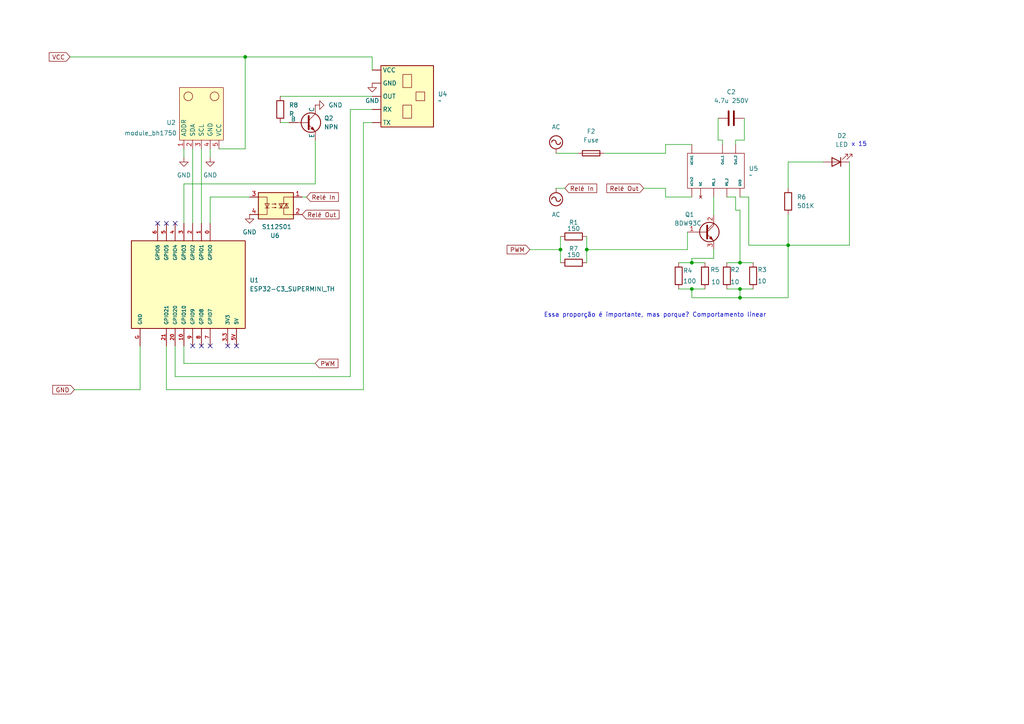
<source format=kicad_sch>
(kicad_sch (version 20250114) (generator "eeschema") (generator_version "9.0")
  (paper "A4")
  (lib_symbols
    (symbol "Device:C" (pin_numbers (hide yes)) (pin_names (offset 0.254))
      (property "Reference" "C" (at 0.635 2.54 0))
      (property "Value" "C" (at 0.635 -2.54 0))
      (symbol "C_0_1"
        (polyline (pts (xy -2.032 0.762) (xy 2.032 0.762)) (stroke (width 0.508)))
        (polyline (pts (xy -2.032 -0.762) (xy 2.032 -0.762)) (stroke (width 0.508)))
      )
      (symbol "C_1_1"
        (pin passive line (at 0 3.81 270) (length 2.794) (name "~") (number "1"))
        (pin passive line (at 0 -3.81 90) (length 2.794) (name "~") (number "2"))
      )
    )
    (symbol "Device:Fuse" (pin_numbers (hide yes)) (pin_names (offset 0))
      (property "Reference" "F" (at 2.032 0 90))
      (property "Value" "Fuse" (at -1.905 0 90))
      (symbol "Fuse_0_1"
        (rectangle (start -0.762 -2.54) (end 0.762 2.54) (stroke (width 0.254)))
        (polyline (pts (xy 0 2.54) (xy 0 -2.54)))
      )
      (symbol "Fuse_1_1"
        (pin passive line (at 0 3.81 270) (length 1.27) (name "~") (number "1"))
        (pin passive line (at 0 -3.81 90) (length 1.27) (name "~") (number "2"))
      )
    )
    (symbol "Device:LED" (pin_numbers (hide yes)) (pin_names (offset 1.016) (hide yes))
      (property "Reference" "D" (at 0 2.54 0))
      (property "Value" "LED" (at 0 -2.54 0))
      (symbol "LED_0_1"
        (polyline (pts (xy -3.048 -0.762) (xy -4.572 -2.286) (xy -3.81 -2.286) (xy -4.572 -2.286) (xy -4.572 -1.524)))
        (polyline (pts (xy -1.778 -0.762) (xy -3.302 -2.286) (xy -2.54 -2.286) (xy -3.302 -2.286) (xy -3.302 -1.524)))
        (polyline (pts (xy -1.27 0) (xy 1.27 0)))
        (polyline (pts (xy -1.27 -1.27) (xy -1.27 1.27)) (stroke (width 0.254)))
        (polyline (pts (xy 1.27 -1.27) (xy 1.27 1.27) (xy -1.27 0) (xy 1.27 -1.27)) (stroke (width 0.254)))
      )
      (symbol "LED_1_1"
        (pin passive line (at -3.81 0 0) (length 2.54) (name "K") (number "1"))
        (pin passive line (at 3.81 0 180) (length 2.54) (name "A") (number "2"))
      )
    )
    (symbol "Device:R" (pin_numbers (hide yes)) (pin_names (offset 0))
      (property "Reference" "R" (at 2.032 0 90))
      (property "Value" "R" (at 0 0 90))
      (symbol "R_0_1"
        (rectangle (start -1.016 -2.54) (end 1.016 2.54) (stroke (width 0.254)))
      )
      (symbol "R_1_1"
        (pin passive line (at 0 3.81 270) (length 1.27) (name "~") (number "1"))
        (pin passive line (at 0 -3.81 90) (length 1.27) (name "~") (number "2"))
      )
    )
    (symbol "ESP32-C3_SUPERMINI_TH:ESP32-C3_SUPERMINI_TH" (pin_names (offset 1.016))
      (property "Reference" "U" (at -12.7 16.002 0))
      (property "Value" "ESP32-C3_SUPERMINI_TH" (at -12.7 -20.32 0))
      (symbol "ESP32-C3_SUPERMINI_TH_0_0"
        (rectangle (start -12.7 -17.78) (end 12.7 15.24) (stroke (width 0.254)) (fill (type background)))
        (pin bidirectional line (at -17.78 5.08 0) (length 5.08) (name "GPIO0") (number "0"))
        (pin bidirectional line (at -17.78 2.54 0) (length 5.08) (name "GPIO1") (number "1"))
        (pin bidirectional line (at -17.78 0 0) (length 5.08) (name "GPIO2") (number "2"))
        (pin bidirectional line (at -17.78 -2.54 0) (length 5.08) (name "GPIO3") (number "3"))
        (pin bidirectional line (at -17.78 -5.08 0) (length 5.08) (name "GPIO4") (number "4"))
        (pin bidirectional line (at -17.78 -7.62 0) (length 5.08) (name "GPIO5") (number "5"))
        (pin bidirectional line (at -17.78 -10.16 0) (length 5.08) (name "GPIO6") (number "6"))
        (pin power_in line (at 17.78 12.7 180) (length 5.08) (name "5V") (number "5V"))
        (pin power_in line (at 17.78 10.16 180) (length 5.08) (name "3V3") (number "3.3"))
        (pin bidirectional line (at 17.78 5.08 180) (length 5.08) (name "GPIO7") (number "7"))
        (pin bidirectional line (at 17.78 2.54 180) (length 5.08) (name "GPIO8") (number "8"))
        (pin bidirectional line (at 17.78 0 180) (length 5.08) (name "GPIO9") (number "9"))
        (pin bidirectional line (at 17.78 -2.54 180) (length 5.08) (name "GPIO10") (number "10"))
        (pin bidirectional line (at 17.78 -5.08 180) (length 5.08) (name "GPIO20") (number "20"))
        (pin bidirectional line (at 17.78 -7.62 180) (length 5.08) (name "GPIO21") (number "21"))
        (pin power_in line (at 17.78 -15.24 180) (length 5.08) (name "GND") (number "G"))
      )
    )
    (symbol "JWD1698D_1"
      (property "Reference" "U" (at 8.636 -5.08 0))
      (symbol "JWD1698D_1_0_1"
        (rectangle (start -10.16 -2.54) (end 6.35 -12.7))
      )
      (symbol "JWD1698D_1_1_1"
        (pin input line (at -8.89 0 270) (length 2.54) (name "ACIN1") (number ""))
        (pin input line (at -8.89 -15.24 90) (length 2.54) (name "ACin2") (number ""))
        (pin no_connect line (at -6.35 -15.24 90) (length 2.54) (name "NC") (number ""))
        (pin output line (at -2.54 -15.24 90) (length 2.54) (name "RS_1") (number ""))
        (pin output line (at 0 0 270) (length 2.54) (name "Out_1") (number ""))
        (pin output line (at 1.27 -15.24 90) (length 2.54) (name "RS_2") (number ""))
        (pin output line (at 3.81 0 270) (length 2.54) (name "Out_2") (number ""))
        (pin output line (at 5.08 -15.24 90) (length 2.54) (name "GND") (number ""))
      )
    )
    (symbol "LD2410C_1"
      (property "Reference" "U" (at 0 0 0))
      (symbol "LD2410C_1_0_1"
        (rectangle (start -16.51 7.62) (end -1.27 -10.16) (stroke (width 0.254)) (fill (type background)))
        (polyline (pts (xy -10.16 5.08) (xy -7.62 5.08) (xy -7.62 1.27) (xy -10.16 1.27) (xy -10.16 5.08)))
        (polyline (pts (xy -10.16 -3.81) (xy -10.16 -7.62) (xy -7.62 -7.62) (xy -7.62 -3.81) (xy -10.16 -3.81)))
        (polyline (pts (xy -6.35 0) (xy -3.81 0) (xy -3.81 -2.54) (xy -6.35 -2.54) (xy -6.35 0)))
      )
      (symbol "LD2410C_1_1_1"
        (pin input line (at -19.05 6.35 0) (length 2.54) (name "VCC") (number ""))
        (pin input line (at -19.05 2.54 0) (length 2.54) (name "GND") (number ""))
        (pin output line (at -19.05 -1.27 0) (length 2.54) (name "OUT") (number ""))
        (pin input line (at -19.05 -5.08 0) (length 2.54) (name "RX") (number ""))
        (pin output line (at -19.05 -8.89 0) (length 2.54) (name "TX") (number ""))
      )
    )
    (symbol "Relay_SolidState:S112S01"
      (property "Reference" "U" (at -5.08 5.08 0))
      (property "Value" "S112S01" (at 0 5.08 0))
      (symbol "S112S01_0_1"
        (rectangle (start -5.08 3.81) (end 5.08 -3.81) (stroke (width 0.254)) (fill (type background)))
        (polyline (pts (xy -5.08 2.54) (xy -2.54 2.54) (xy -2.54 -2.54) (xy -5.08 -2.54)))
        (polyline (pts (xy -3.175 -0.635) (xy -1.905 -0.635)))
        (polyline (pts (xy -2.54 -0.635) (xy -3.175 0.635) (xy -1.905 0.635) (xy -2.54 -0.635)))
        (polyline (pts (xy -1.143 0.508) (xy 0.127 0.508) (xy -0.254 0.381) (xy -0.254 0.635) (xy 0.127 0.508)))
        (polyline (pts (xy -1.143 -0.508) (xy 0.127 -0.508) (xy -0.254 -0.635) (xy -0.254 -0.381) (xy 0.127 -0.508)))
        (polyline (pts (xy 0.889 -0.635) (xy 3.683 -0.635) (xy 3.048 0.635) (xy 2.413 -0.635)))
        (polyline (pts (xy 1.524 -0.635) (xy 1.524 0.635)))
        (polyline (pts (xy 2.286 0.635) (xy 2.286 2.54) (xy 5.08 2.54)))
        (polyline (pts (xy 2.286 -0.635) (xy 2.286 -2.54) (xy 5.08 -2.54)))
        (polyline (pts (xy 3.048 0.635) (xy 3.048 -0.635)))
        (polyline (pts (xy 3.683 0.635) (xy 0.889 0.635) (xy 1.524 -0.635) (xy 2.159 0.635)))
      )
      (symbol "S112S01_1_1"
        (pin passive line (at -7.62 2.54 0) (length 2.54) (name "~") (number "3"))
        (pin passive line (at -7.62 -2.54 0) (length 2.54) (name "~") (number "4"))
        (pin passive line (at 7.62 2.54 180) (length 2.54) (name "~") (number "1"))
        (pin passive line (at 7.62 -2.54 180) (length 2.54) (name "~") (number "2"))
      )
    )
    (symbol "Simulation_SPICE:NPN" (pin_numbers (hide yes)) (pin_names (offset 0))
      (property "Reference" "Q" (at -2.54 7.62 0))
      (property "Value" "NPN" (at -2.54 5.08 0))
      (symbol "NPN_0_1"
        (polyline (pts (xy -2.54 0) (xy 0.635 0)) (stroke (width 0.1524)))
        (polyline (pts (xy 0.635 1.905) (xy 0.635 -1.905) (xy 0.635 -1.905)) (stroke (width 0.508)))
        (polyline (pts (xy 0.635 0.635) (xy 2.54 2.54)))
        (polyline (pts (xy 0.635 -0.635) (xy 2.54 -2.54) (xy 2.54 -2.54)))
        (circle (center 1.27 0) (radius 2.8194) (stroke (width 0.254)))
        (polyline (pts (xy 1.27 -1.778) (xy 1.778 -1.27) (xy 2.286 -2.286) (xy 1.27 -1.778) (xy 1.27 -1.778)) (fill (type outline)))
        (polyline (pts (xy 2.794 -1.27) (xy 2.794 -1.27)) (stroke (width 0.1524)))
        (polyline (pts (xy 2.794 -1.27) (xy 2.794 -1.27)) (stroke (width 0.1524)))
      )
      (symbol "NPN_1_1"
        (pin input line (at -5.08 0 0) (length 2.54) (name "B") (number "2"))
        (pin open_collector line (at 2.54 5.08 270) (length 2.54) (name "C") (number "1"))
        (pin open_emitter line (at 2.54 -5.08 90) (length 2.54) (name "E") (number "3"))
      )
    )
    (symbol "Transistor_BJT:BDW93C" (pin_names (offset 0) (hide yes))
      (property "Reference" "Q" (at 5.08 1.905 0))
      (property "Value" "BDW93C" (at 5.08 0 0))
      (symbol "BDW93C_0_1"
        (polyline (pts (xy -2.54 0) (xy 0.635 0)))
        (polyline (pts (xy 0.635 1.905) (xy 0.635 -1.905)) (stroke (width 0.508)))
        (polyline (pts (xy 0.635 0) (xy 2.54 1.905) (xy 2.54 2.54)))
        (circle (center 1.27 0) (radius 2.8194) (stroke (width 0.254)))
      )
      (symbol "BDW93C_1_1"
        (polyline (pts (xy 0.635 0.635) (xy 2.54 2.54)))
        (polyline (pts (xy 0.635 -0.635) (xy 2.54 -2.54)))
        (polyline (pts (xy 1.27 -1.778) (xy 1.778 -1.27) (xy 2.286 -2.286) (xy 1.27 -1.778)) (fill (type outline)))
        (pin input line (at -5.08 0 0) (length 2.54) (name "B") (number "1"))
        (pin passive line (at 2.54 5.08 270) (length 2.54) (name "C") (number "2"))
        (pin passive line (at 2.54 -5.08 90) (length 2.54) (name "E") (number "3"))
      )
    )
    (symbol "power:AC" (power) (pin_numbers (hide yes)) (pin_names (offset 0) (hide yes))
      (property "Value" "AC" (at 0 6.35 0))
      (symbol "AC_0_1"
        (arc (start -1.27 3.175) (mid -0.635 3.8073) (end 0 3.175) (stroke (width 0.254)))
        (circle (center 0 3.175) (radius 1.905) (stroke (width 0.254)))
        (polyline (pts (xy 0 0) (xy 0 1.27)))
        (arc (start 1.27 3.175) (mid 0.635 2.5427) (end 0 3.175) (stroke (width 0.254)))
      )
      (symbol "AC_1_1"
        (pin power_in line (at 0 0 90) (length 0) (name "~") (number "1"))
      )
    )
    (symbol "power:GND" (power) (pin_numbers (hide yes)) (pin_names (offset 0) (hide yes))
      (property "Value" "GND" (at 0 -3.81 0))
      (symbol "GND_0_1"
        (polyline (pts (xy 0 0) (xy 0 -1.27) (xy 1.27 -1.27) (xy 0 -2.54) (xy -1.27 -1.27) (xy 0 -1.27)))
      )
      (symbol "GND_1_1"
        (pin power_in line (at 0 0 270) (length 0) (name "~") (number "1"))
      )
    )
    (symbol "usini_sensors:module_bh1750" (pin_names (offset 1.016))
      (property "Reference" "U" (at 3.81 10.16 0))
      (property "Value" "module_bh1750" (at 10.16 -5.08 0))
      (symbol "module_bh1750_0_1"
        (rectangle (start 2.54 8.89) (end 17.78 -3.81) (fill (type background)))
        (circle (center 15.24 6.35) (radius 1.27))
        (circle (center 15.24 -1.27) (radius 1.27))
      )
      (symbol "module_bh1750_1_1"
        (pin input line (at 0 7.62 0) (length 2.54) (name "ADDR") (number "1"))
        (pin input line (at 0 5.08 0) (length 2.54) (name "SDA") (number "2"))
        (pin input line (at 0 2.54 0) (length 2.54) (name "SCL") (number "3"))
        (pin input line (at 0 0 0) (length 2.54) (name "GND") (number "4"))
        (pin input line (at 0 -2.54 0) (length 2.54) (name "VCC") (number "5"))
      )
    )
  )
  (text "x 15" (at 249.174 41.91 0) (effects (font (size 1.27 1.27))))
  (text "Essa proporção é importante, mas porque? Comportamento linear\n" (at 189.992 91.44 0) (effects (font (size 1.27 1.27))))
  (junction (at 214.63 76.2))
  (junction (at 71.12 16.51))
  (junction (at 214.63 83.82))
  (junction (at 170.18 72.39))
  (junction (at 214.63 86.36))
  (junction (at 162.56 72.39))
  (junction (at 228.6 71.12))
  (junction (at 200.66 83.82))
  (junction (at 200.66 76.2))
  (no_connect (at 55.88 100.33))
  (no_connect (at 50.8 64.77))
  (no_connect (at 60.96 100.33))
  (no_connect (at 45.72 64.77))
  (no_connect (at 48.26 64.77))
  (no_connect (at 58.42 100.33))
  (no_connect (at 66.04 100.33))
  (no_connect (at 68.58 100.33))
  (wire (pts (xy 215.9 34.29) (xy 215.9 40.64)))
  (wire (pts (xy 170.18 72.39) (xy 170.18 76.2)))
  (wire (pts (xy 60.96 57.15) (xy 72.39 57.15)))
  (wire (pts (xy 186.69 54.61) (xy 193.04 54.61)))
  (wire (pts (xy 214.63 57.15) (xy 217.17 57.15)))
  (wire (pts (xy 214.63 83.82) (xy 214.63 86.36)))
  (wire (pts (xy 246.38 46.99) (xy 246.38 71.12)))
  (wire (pts (xy 210.82 83.82) (xy 214.63 83.82)))
  (wire (pts (xy 213.36 60.96) (xy 214.63 60.96)))
  (wire (pts (xy 161.29 44.45) (xy 167.64 44.45)))
  (wire (pts (xy 153.67 72.39) (xy 162.56 72.39)))
  (wire (pts (xy 53.34 100.33) (xy 53.34 105.41)))
  (wire (pts (xy 193.04 54.61) (xy 193.04 57.15)))
  (wire (pts (xy 58.42 43.18) (xy 58.42 64.77)))
  (wire (pts (xy 40.64 113.03) (xy 40.64 100.33)))
  (wire (pts (xy 87.63 57.15) (xy 88.9 57.15)))
  (wire (pts (xy 213.36 41.91) (xy 213.36 40.64)))
  (wire (pts (xy 81.28 27.94) (xy 107.95 27.94)))
  (wire (pts (xy 48.26 100.33) (xy 48.26 113.03)))
  (wire (pts (xy 105.41 35.56) (xy 107.95 35.56)))
  (wire (pts (xy 209.55 40.64) (xy 208.28 40.64)))
  (wire (pts (xy 217.17 57.15) (xy 217.17 71.12)))
  (wire (pts (xy 71.12 16.51) (xy 107.95 16.51)))
  (wire (pts (xy 207.01 74.93) (xy 200.66 74.93)))
  (wire (pts (xy 53.34 45.72) (xy 53.34 43.18)))
  (wire (pts (xy 246.38 71.12) (xy 228.6 71.12)))
  (wire (pts (xy 170.18 72.39) (xy 199.39 72.39)))
  (wire (pts (xy 170.18 68.58) (xy 170.18 72.39)))
  (wire (pts (xy 193.04 41.91) (xy 200.66 41.91)))
  (wire (pts (xy 209.55 41.91) (xy 209.55 40.64)))
  (wire (pts (xy 196.85 83.82) (xy 200.66 83.82)))
  (wire (pts (xy 53.34 105.41) (xy 91.44 105.41)))
  (wire (pts (xy 200.66 76.2) (xy 204.47 76.2)))
  (wire (pts (xy 91.44 40.64) (xy 91.44 53.34)))
  (wire (pts (xy 228.6 46.99) (xy 238.76 46.99)))
  (wire (pts (xy 193.04 44.45) (xy 193.04 41.91)))
  (wire (pts (xy 214.63 86.36) (xy 228.6 86.36)))
  (wire (pts (xy 228.6 71.12) (xy 217.17 71.12)))
  (wire (pts (xy 105.41 35.56) (xy 105.41 113.03)))
  (wire (pts (xy 213.36 57.15) (xy 213.36 60.96)))
  (wire (pts (xy 193.04 57.15) (xy 200.66 57.15)))
  (wire (pts (xy 200.66 86.36) (xy 214.63 86.36)))
  (wire (pts (xy 200.66 83.82) (xy 204.47 83.82)))
  (wire (pts (xy 162.56 72.39) (xy 162.56 76.2)))
  (wire (pts (xy 214.63 60.96) (xy 214.63 76.2)))
  (wire (pts (xy 228.6 86.36) (xy 228.6 71.12)))
  (wire (pts (xy 48.26 113.03) (xy 105.41 113.03)))
  (wire (pts (xy 91.44 53.34) (xy 53.34 53.34)))
  (wire (pts (xy 210.82 76.2) (xy 214.63 76.2)))
  (wire (pts (xy 60.96 64.77) (xy 60.96 57.15)))
  (wire (pts (xy 50.8 100.33) (xy 50.8 109.22)))
  (wire (pts (xy 63.5 43.18) (xy 71.12 43.18)))
  (wire (pts (xy 71.12 16.51) (xy 20.32 16.51)))
  (wire (pts (xy 71.12 43.18) (xy 71.12 16.51)))
  (wire (pts (xy 53.34 53.34) (xy 53.34 64.77)))
  (wire (pts (xy 161.29 54.61) (xy 163.83 54.61)))
  (wire (pts (xy 55.88 43.18) (xy 55.88 64.77)))
  (wire (pts (xy 228.6 71.12) (xy 228.6 62.23)))
  (wire (pts (xy 60.96 43.18) (xy 60.96 45.72)))
  (wire (pts (xy 214.63 83.82) (xy 218.44 83.82)))
  (wire (pts (xy 210.82 57.15) (xy 213.36 57.15)))
  (wire (pts (xy 196.85 76.2) (xy 200.66 76.2)))
  (wire (pts (xy 228.6 54.61) (xy 228.6 46.99)))
  (wire (pts (xy 175.26 44.45) (xy 193.04 44.45)))
  (wire (pts (xy 107.95 20.32) (xy 107.95 16.51)))
  (wire (pts (xy 81.28 35.56) (xy 83.82 35.56)))
  (wire (pts (xy 207.01 57.15) (xy 207.01 62.23)))
  (wire (pts (xy 213.36 40.64) (xy 215.9 40.64)))
  (wire (pts (xy 214.63 76.2) (xy 218.44 76.2)))
  (wire (pts (xy 200.66 74.93) (xy 200.66 76.2)))
  (wire (pts (xy 200.66 83.82) (xy 200.66 86.36)))
  (wire (pts (xy 162.56 72.39) (xy 162.56 68.58)))
  (wire (pts (xy 199.39 72.39) (xy 199.39 67.31)))
  (wire (pts (xy 21.59 113.03) (xy 40.64 113.03)))
  (wire (pts (xy 207.01 72.39) (xy 207.01 74.93)))
  (wire (pts (xy 101.6 31.75) (xy 107.95 31.75)))
  (wire (pts (xy 50.8 109.22) (xy 101.6 109.22)))
  (wire (pts (xy 101.6 31.75) (xy 101.6 109.22)))
  (wire (pts (xy 208.28 34.29) (xy 208.28 40.64)))
  (global_label "Relé Out" (shape input) (at 186.69 54.61 180) (property "Intersheetrefs" "${INTERSHEET_REFS}" (effects (hide yes))))
  (global_label "Relé In" (shape input) (at 88.9 57.15 0) (property "Intersheetrefs" "${INTERSHEET_REFS}" (effects (hide yes))))
  (global_label "PWM" (shape input) (at 153.67 72.39 180) (property "Intersheetrefs" "${INTERSHEET_REFS}" (effects (hide yes))))
  (global_label "Relé Out" (shape input) (at 87.63 62.23 0) (property "Intersheetrefs" "${INTERSHEET_REFS}" (effects (hide yes))))
  (global_label "VCC" (shape input) (at 20.32 16.51 180) (property "Intersheetrefs" "${INTERSHEET_REFS}" (effects (hide yes))))
  (global_label "GND" (shape input) (at 21.59 113.03 180) (property "Intersheetrefs" "${INTERSHEET_REFS}" (effects (hide yes))))
  (global_label "Relé In" (shape input) (at 163.83 54.61 0) (property "Intersheetrefs" "${INTERSHEET_REFS}" (effects (hide yes))))
  (global_label "PWM" (shape input) (at 91.44 105.41 0) (property "Intersheetrefs" "${INTERSHEET_REFS}" (effects (hide yes))))
  (symbol (lib_id "Device:R") (at 210.82 80.01 0) (unit 1)
    (property "Reference" "R2" (at 211.836 78.232 0) (effects (justify left)))
    (property "Value" "10" (at 211.836 81.788 0) (effects (justify left)))
    (property "Description" "Resistor" (effects (hide yes)))
  )
  (symbol (lib_id "Device:R") (at 81.28 31.75 0) (unit 1)
    (property "Reference" "R8" (at 83.82 30.4799 0) (effects (justify left)))
    (property "Value" "R" (at 83.82 33.0199 0) (effects (justify left)))
    (property "Description" "Resistor" (effects (hide yes)))
  )
  (symbol (lib_id "Device:R") (at 166.37 68.58 90) (unit 1)
    (property "Reference" "R1" (at 166.37 64.516 90))
    (property "Value" "150" (at 166.37 66.294 90))
    (property "Description" "Resistor" (effects (hide yes)))
  )
  (symbol (lib_id "Device:R") (at 196.85 80.01 0) (unit 1)
    (property "Reference" "R4" (at 198.12 78.486 0) (effects (justify left)))
    (property "Value" "100" (at 198.12 81.534 0) (effects (justify left)))
    (property "Description" "Resistor" (effects (hide yes)))
  )
  (symbol (lib_id "Simulation_SPICE:NPN") (at 88.9 35.56 0) (unit 1)
    (property "Reference" "Q2" (at 93.98 34.2899 0) (effects (justify left)))
    (property "Value" "NPN" (at 93.98 36.8299 0) (effects (justify left)))
    (property "Datasheet" "https://ngspice.sourceforge.io/docs/ngspice-html-manual/manual.xhtml#cha_BJTs" (effects (hide yes)))
    (property "Description" "Bipolar transistor symbol for simulation only, substrate tied to the emitter" (effects (hide yes)))
    (property "Sim.Device" "NPN" (effects (hide yes)))
    (property "Sim.Type" "GUMMELPOON" (effects (hide yes)))
    (property "Sim.Pins" "1=C 2=B 3=E" (effects (hide yes)))
  )
  (symbol (lib_id "Device:R") (at 204.47 80.01 0) (unit 1)
    (property "Reference" "R5" (at 205.994 78.232 0) (effects (justify left)))
    (property "Value" "10" (at 206.248 81.788 0) (effects (justify left)))
    (property "Description" "Resistor" (effects (hide yes)))
  )
  (symbol (lib_id "Device:C") (at 212.09 34.29 90) (unit 1)
    (property "Reference" "C2" (at 212.09 26.67 90))
    (property "Value" "4.7u 250V" (at 212.09 29.21 90))
    (property "Description" "Unpolarized capacitor" (effects (hide yes)))
  )
  (symbol (lib_name "JWD1698D_1") (lib_id "DIY:JWD1698D") (at 209.55 41.91 0) (unit 1)
    (property "Reference" "U5" (at 217.17 48.8949 0) (effects (justify left)))
    (property "Value" "~" (at 217.17 50.8 0) (effects (justify left)))
  )
  (symbol (lib_id "Device:R") (at 228.6 58.42 0) (unit 1)
    (property "Reference" "R6" (at 231.14 57.1499 0) (effects (justify left)))
    (property "Value" "501K" (at 231.14 59.6899 0) (effects (justify left)))
    (property "Description" "Resistor" (effects (hide yes)))
  )
  (symbol (lib_id "Device:R") (at 166.37 76.2 90) (unit 1)
    (property "Reference" "R7" (at 166.37 72.136 90))
    (property "Value" "150" (at 166.37 73.914 90))
    (property "Description" "Resistor" (effects (hide yes)))
  )
  (symbol (lib_id "Device:Fuse") (at 171.45 44.45 90) (unit 1)
    (property "Reference" "F2" (at 171.45 38.1 90))
    (property "Value" "Fuse" (at 171.45 40.64 90))
    (property "Description" "Fuse" (effects (hide yes)))
  )
  (symbol (lib_id "Relay_SolidState:S112S01") (at 80.01 59.69 0) (unit 1)
    (property "Reference" "U6" (at 79.756 68.326 0))
    (property "Value" "S112S01" (at 80.264 65.786 0))
    (property "Footprint" "Package_SIP:SIP4_Sharp-SSR_P7.62mm_Straight" (effects (hide yes)))
    (property "Datasheet" "http://www.sharp-world.com/products/device/lineup/data/pdf/datasheet/s112s01_e.pdf" (effects (hide yes)))
    (property "Description" "Random Phase Opto-Triac, Vdrm 400V, Ift 8mA, IT 12A" (effects (hide yes)))
  )
  (symbol (lib_id "usini_sensors:module_bh1750") (at 60.96 43.18 90) (unit 1)
    (property "Reference" "U2" (at 48.26 35.56 90) (effects (justify right)))
    (property "Value" "module_bh1750" (at 36.068 38.608 90) (effects (justify right)))
    (property "Footprint" "usini_sensors:module_bh1750" (effects (hide yes)))
  )
  (symbol (lib_id "power:GND") (at 107.95 24.13 0) (unit 1)
    (property "Reference" "#PWR06" (effects (hide yes)))
    (property "Value" "GND" (at 107.95 29.21 0))
    (property "Description" "Power symbol creates a global label with name \"GND\" , ground" (effects (hide yes)))
  )
  (symbol (lib_id "ESP32-C3_SUPERMINI_TH:ESP32-C3_SUPERMINI_TH") (at 55.88 82.55 270) (unit 1)
    (property "Reference" "U1" (at 72.39 81.2799 90) (effects (justify left)))
    (property "Value" "ESP32-C3_SUPERMINI_TH" (at 72.39 83.8199 90) (effects (justify left)))
    (property "Footprint" "ESP32-C3_SUPERMINI_TH:MODULE_ESP32-C3_SUPERMINI" (effects (hide yes)))
    (property "MF" "Espressif Systems" (effects (hide yes)))
    (property "MAXIMUM_PACKAGE_HEIGHT" "4.2mm" (effects (hide yes)))
    (property "Package" "Package" (effects (hide yes)))
    (property "Price" "None" (effects (hide yes)))
    (property "Check_prices" "https://www.snapeda.com/parts/ESP32-C3%20SuperMini_TH/Espressif+Systems/view-part/?ref=eda" (effects (hide yes)))
    (property "STANDARD" "Manufacturer Recommendations" (effects (hide yes)))
    (property "SnapEDA_Link" "https://www.snapeda.com/parts/ESP32-C3%20SuperMini_TH/Espressif+Systems/view-part/?ref=snap" (effects (hide yes)))
    (property "MP" "ESP32-C3 SuperMini_TH" (effects (hide yes)))
    (property "Description_1" "Super tiny ESP32-C3 board" (effects (hide yes)))
    (property "Availability" "Not in stock" (effects (hide yes)))
    (property "MANUFACTURER" "Espressif" (effects (hide yes)))
  )
  (symbol (lib_name "LD2410C_1") (lib_id "DIY:LD2410C") (at 127 26.67 0) (unit 1)
    (property "Reference" "U4" (at 127 27.3049 0) (effects (justify left)))
    (property "Value" "~" (at 127 29.21 0) (effects (justify left)))
  )
  (symbol (lib_id "power:GND") (at 53.34 45.72 0) (unit 1)
    (property "Reference" "#PWR08" (effects (hide yes)))
    (property "Value" "GND" (at 53.34 50.8 0))
    (property "Description" "Power symbol creates a global label with name \"GND\" , ground" (effects (hide yes)))
  )
  (symbol (lib_id "power:GND") (at 91.44 30.48 90) (unit 1)
    (property "Reference" "#PWR01" (effects (hide yes)))
    (property "Value" "GND" (at 95.25 30.4799 90) (effects (justify right)))
    (property "Description" "Power symbol creates a global label with name \"GND\" , ground" (effects (hide yes)))
  )
  (symbol (lib_id "Device:R") (at 218.44 80.01 0) (unit 1)
    (property "Reference" "R3" (at 219.71 78.232 0) (effects (justify left)))
    (property "Value" "10" (at 219.71 81.534 0) (effects (justify left)))
    (property "Description" "Resistor" (effects (hide yes)))
  )
  (symbol (lib_id "power:GND") (at 60.96 45.72 0) (unit 1)
    (property "Reference" "#PWR07" (effects (hide yes)))
    (property "Value" "GND" (at 60.96 50.8 0))
    (property "Description" "Power symbol creates a global label with name \"GND\" , ground" (effects (hide yes)))
  )
  (symbol (lib_id "power:GND") (at 72.39 62.23 0) (unit 1)
    (property "Reference" "#PWR03" (effects (hide yes)))
    (property "Value" "GND" (at 72.39 67.31 0))
    (property "Description" "Power symbol creates a global label with name \"GND\" , ground" (effects (hide yes)))
  )
  (symbol (lib_id "Device:LED") (at 242.57 46.99 180) (unit 1)
    (property "Reference" "D2" (at 244.1575 39.37 0))
    (property "Value" "LED" (at 244.1575 41.91 0))
    (property "Description" "Light emitting diode" (effects (hide yes)))
    (property "Sim.Pins" "1=K 2=A" (effects (hide yes)))
  )
  (symbol (lib_id "power:AC") (at 161.29 54.61 180) (unit 1)
    (property "Reference" "#PWR05" (effects (hide yes)))
    (property "Value" "AC" (at 161.29 62.23 0))
    (property "Description" "Power symbol creates a global label with name \"AC\"" (effects (hide yes)))
  )
  (symbol (lib_id "Transistor_BJT:BDW93C") (at 204.47 67.31 0) (unit 1)
    (property "Reference" "Q1" (at 198.628 62.23 0) (effects (justify left)))
    (property "Value" "BDW93C" (at 195.58 64.77 0) (effects (justify left)))
    (property "Footprint" "Package_TO_SOT_THT:TO-220-3_Vertical" (effects (hide yes)))
    (property "Datasheet" "https://www.onsemi.com/pub/Collateral/BDW93C-D.pdf" (effects (hide yes)))
    (property "Description" "12A Ic, 100V Vce, Power Darlington NPN Transistor, TO-220" (effects (hide yes)))
  )
  (symbol (lib_id "power:AC") (at 161.29 44.45 0) (unit 1)
    (property "Reference" "#PWR04" (effects (hide yes)))
    (property "Value" "AC" (at 161.29 36.83 0))
    (property "Description" "Power symbol creates a global label with name \"AC\"" (effects (hide yes)))
  )
)
</source>
